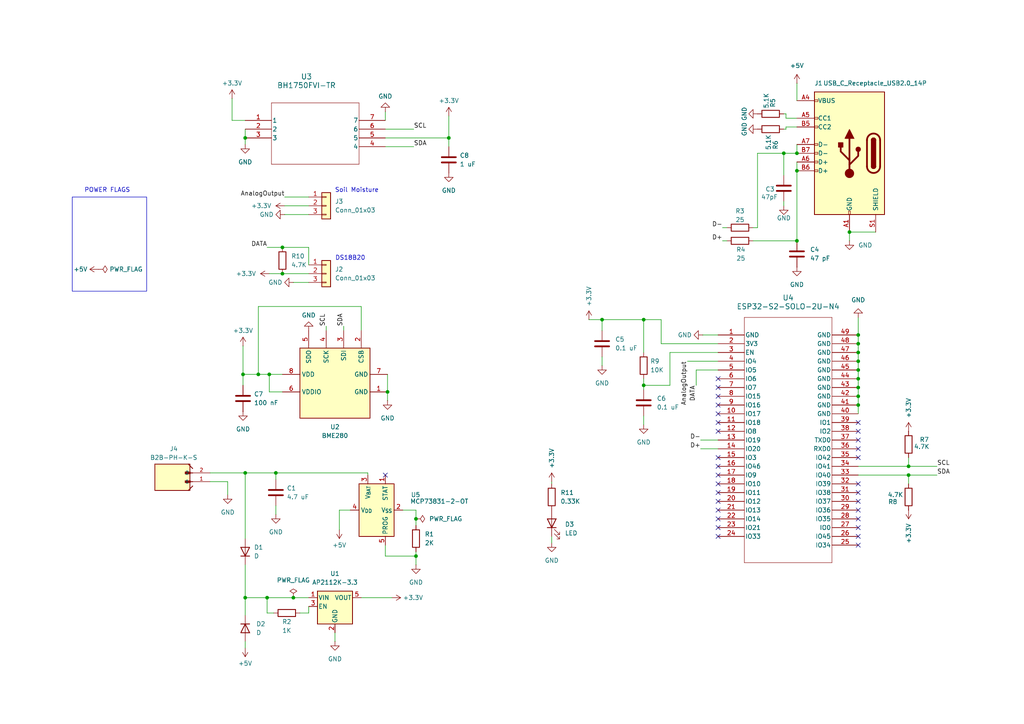
<source format=kicad_sch>
(kicad_sch (version 20250114) (generator "eeschema") (generator_version "9.0")
  (paper "A4")
  (lib_symbols
    (symbol "1:B2B-PH-K-S" (pin_names (offset 1.016))
      (property "Reference" "J" (at 10.93 -5.08 0))
      (property "Value" "B2B-PH-K-S" (at 11.43 -15.24 0))
      (symbol "B2B-PH-K-S_0_0"
        (polyline (pts (xy 11.43 -6.35) (xy 12.7 -5.08)) (stroke (width 0.254)))
        (polyline (pts (xy 11.43 -7.62) (xy 13.335 -7.62)) (stroke (width 0.254)))
        (polyline (pts (xy 11.43 -10.16) (xy 13.335 -10.16)) (stroke (width 0.254)))
        (polyline (pts (xy 11.43 -11.43) (xy 12.7 -12.7)) (stroke (width 0.254)))
        (rectangle (start 12.065 -7.9375) (end 13.6525 -7.3025) (stroke (width 0.1)) (fill (type outline)))
        (rectangle (start 12.065 -10.4775) (end 13.6525 -9.8425) (stroke (width 0.1)) (fill (type outline)))
        (rectangle (start 12.2237 -12.7) (end 22.3838 -5.08) (stroke (width 0.254)) (fill (type background)))
        (pin passive line (at 6.35 -7.62 0) (length 5.08) (name "1") (number "1"))
        (pin passive line (at 6.35 -10.16 0) (length 5.08) (name "2") (number "2"))
      )
    )
    (symbol "1:BH1750FVI-TR" (pin_names (offset 0.254))
      (property "Reference" "U" (at 34.29 -6.35 0))
      (property "Value" "BH1750FVI-TR" (at 34.29 -8.89 0))
      (symbol "BH1750FVI-TR_0_1"
        (polyline (pts (xy 21.59 -11.43) (xy 21.59 -29.21)) (stroke (width 0.127)))
        (polyline (pts (xy 21.59 -29.21) (xy 46.99 -29.21)) (stroke (width 0.127)))
        (polyline (pts (xy 46.99 -11.43) (xy 21.59 -11.43)) (stroke (width 0.127)))
        (polyline (pts (xy 46.99 -29.21) (xy 46.99 -11.43)) (stroke (width 0.127)))
        (pin power_in line (at 13.97 -16.51 0) (length 7.62) (name "1") (number "1"))
        (pin input line (at 13.97 -19.05 0) (length 7.62) (name "2") (number "2"))
        (pin power_out line (at 13.97 -21.59 0) (length 7.62) (name "3") (number "3"))
        (pin power_out line (at 54.61 -16.51 180) (length 7.62) (name "7") (number "7"))
        (pin bidirectional line (at 54.61 -19.05 180) (length 7.62) (name "6") (number "6"))
        (pin power_in line (at 54.61 -21.59 180) (length 7.62) (name "5") (number "5"))
        (pin bidirectional line (at 54.61 -24.13 180) (length 7.62) (name "4") (number "4"))
      )
    )
    (symbol "1:ESP32-S2-SOLO-2U-N4" (pin_names (offset 0.254))
      (property "Reference" "U" (at 41.91 -5.08 0))
      (property "Value" "ESP32-S2-SOLO-2U-N4" (at 41.91 -7.62 0))
      (symbol "ESP32-S2-SOLO-2U-N4_0_1"
        (polyline (pts (xy 29.21 -10.16) (xy 29.21 -81.28)) (stroke (width 0.127)))
        (polyline (pts (xy 29.21 -81.28) (xy 54.61 -81.28)) (stroke (width 0.127)))
        (polyline (pts (xy 54.61 -10.16) (xy 29.21 -10.16)) (stroke (width 0.127)))
        (polyline (pts (xy 54.61 -81.28) (xy 54.61 -10.16)) (stroke (width 0.127)))
        (pin power_out line (at 21.59 -15.24 0) (length 7.62) (name "GND") (number "1"))
        (pin power_in line (at 21.59 -17.78 0) (length 7.62) (name "3V3") (number "2"))
        (pin input line (at 21.59 -20.32 0) (length 7.62) (name "EN") (number "3"))
        (pin bidirectional line (at 21.59 -22.86 0) (length 7.62) (name "IO4") (number "4"))
        (pin bidirectional line (at 21.59 -25.4 0) (length 7.62) (name "IO5") (number "5"))
        (pin bidirectional line (at 21.59 -27.94 0) (length 7.62) (name "IO6") (number "6"))
        (pin bidirectional line (at 21.59 -30.48 0) (length 7.62) (name "IO7") (number "7"))
        (pin bidirectional line (at 21.59 -33.02 0) (length 7.62) (name "IO15") (number "8"))
        (pin bidirectional line (at 21.59 -35.56 0) (length 7.62) (name "IO16") (number "9"))
        (pin bidirectional line (at 21.59 -38.1 0) (length 7.62) (name "IO17") (number "10"))
        (pin bidirectional line (at 21.59 -40.64 0) (length 7.62) (name "IO18") (number "11"))
        (pin bidirectional line (at 21.59 -43.18 0) (length 7.62) (name "IO8") (number "12"))
        (pin bidirectional line (at 21.59 -45.72 0) (length 7.62) (name "IO19") (number "13"))
        (pin bidirectional line (at 21.59 -48.26 0) (length 7.62) (name "IO20") (number "14"))
        (pin bidirectional line (at 21.59 -50.8 0) (length 7.62) (name "IO3") (number "15"))
        (pin input line (at 21.59 -53.34 0) (length 7.62) (name "IO46") (number "16"))
        (pin bidirectional line (at 21.59 -55.88 0) (length 7.62) (name "IO9") (number "17"))
        (pin bidirectional line (at 21.59 -58.42 0) (length 7.62) (name "IO10") (number "18"))
        (pin bidirectional line (at 21.59 -60.96 0) (length 7.62) (name "IO11") (number "19"))
        (pin bidirectional line (at 21.59 -63.5 0) (length 7.62) (name "IO12") (number "20"))
        (pin bidirectional line (at 21.59 -66.04 0) (length 7.62) (name "IO13") (number "21"))
        (pin bidirectional line (at 21.59 -68.58 0) (length 7.62) (name "IO14") (number "22"))
        (pin bidirectional line (at 21.59 -71.12 0) (length 7.62) (name "IO21") (number "23"))
        (pin bidirectional line (at 21.59 -73.66 0) (length 7.62) (name "IO33") (number "24"))
        (pin power_out line (at 62.23 -15.24 180) (length 7.62) (name "GND") (number "49"))
        (pin power_out line (at 62.23 -17.78 180) (length 7.62) (name "GND") (number "48"))
        (pin power_out line (at 62.23 -20.32 180) (length 7.62) (name "GND") (number "47"))
        (pin power_out line (at 62.23 -22.86 180) (length 7.62) (name "GND") (number "46"))
        (pin power_out line (at 62.23 -25.4 180) (length 7.62) (name "GND") (number "45"))
        (pin power_out line (at 62.23 -27.94 180) (length 7.62) (name "GND") (number "44"))
        (pin power_out line (at 62.23 -30.48 180) (length 7.62) (name "GND") (number "43"))
        (pin power_out line (at 62.23 -33.02 180) (length 7.62) (name "GND") (number "42"))
        (pin power_out line (at 62.23 -35.56 180) (length 7.62) (name "GND") (number "41"))
        (pin power_out line (at 62.23 -38.1 180) (length 7.62) (name "GND") (number "40"))
        (pin bidirectional line (at 62.23 -40.64 180) (length 7.62) (name "IO1") (number "39"))
        (pin bidirectional line (at 62.23 -43.18 180) (length 7.62) (name "IO2") (number "38"))
        (pin bidirectional line (at 62.23 -45.72 180) (length 7.62) (name "TXD0") (number "37"))
        (pin bidirectional line (at 62.23 -48.26 180) (length 7.62) (name "RXD0") (number "36"))
        (pin bidirectional line (at 62.23 -50.8 180) (length 7.62) (name "IO42") (number "35"))
        (pin bidirectional line (at 62.23 -53.34 180) (length 7.62) (name "IO41") (number "34"))
        (pin bidirectional line (at 62.23 -55.88 180) (length 7.62) (name "IO40") (number "33"))
        (pin bidirectional line (at 62.23 -58.42 180) (length 7.62) (name "IO39") (number "32"))
        (pin bidirectional line (at 62.23 -60.96 180) (length 7.62) (name "IO38") (number "31"))
        (pin bidirectional line (at 62.23 -63.5 180) (length 7.62) (name "IO37") (number "30"))
        (pin bidirectional line (at 62.23 -66.04 180) (length 7.62) (name "IO36") (number "29"))
        (pin bidirectional line (at 62.23 -68.58 180) (length 7.62) (name "IO35") (number "28"))
        (pin bidirectional line (at 62.23 -71.12 180) (length 7.62) (name "IO0") (number "27"))
        (pin bidirectional line (at 62.23 -73.66 180) (length 7.62) (name "IO45") (number "26"))
        (pin bidirectional line (at 62.23 -76.2 180) (length 7.62) (name "IO34") (number "25"))
      )
    )
    (symbol "Battery_Management:MCP73831-2-OT"
      (property "Reference" "U" (at -7.62 6.35 0))
      (property "Value" "MCP73831-2-OT" (at 1.27 6.35 0))
      (symbol "MCP73831-2-OT_0_1"
        (rectangle (start -7.62 5.08) (end 7.62 -5.08) (stroke (width 0.254)) (fill (type background)))
      )
      (symbol "MCP73831-2-OT_1_1"
        (pin input line (at -10.16 -2.54 0) (length 2.54) (name "PROG") (number "5"))
        (pin power_in line (at 0 7.62 270) (length 2.54) (name "V_{DD}") (number "4"))
        (pin power_in line (at 0 -7.62 90) (length 2.54) (name "V_{SS}") (number "2"))
        (pin power_out line (at 10.16 2.54 180) (length 2.54) (name "V_{BAT}") (number "3"))
        (pin tri_state line (at 10.16 -2.54 180) (length 2.54) (name "STAT") (number "1"))
      )
    )
    (symbol "Connector:USB_C_Receptacle_USB2.0_14P" (pin_names (offset 1.016))
      (property "Reference" "J" (at 0 22.225 0))
      (property "Value" "USB_C_Receptacle_USB2.0_14P" (at 0 19.685 0))
      (symbol "USB_C_Receptacle_USB2.0_14P_0_0"
        (rectangle (start -0.254 -17.78) (end 0.254 -16.764))
        (rectangle (start 10.16 15.494) (end 9.144 14.986))
        (rectangle (start 10.16 10.414) (end 9.144 9.906))
        (rectangle (start 10.16 7.874) (end 9.144 7.366))
        (rectangle (start 10.16 2.794) (end 9.144 2.286))
        (rectangle (start 10.16 0.254) (end 9.144 -0.254))
        (rectangle (start 10.16 -2.286) (end 9.144 -2.794))
        (rectangle (start 10.16 -4.826) (end 9.144 -5.334))
      )
      (symbol "USB_C_Receptacle_USB2.0_14P_0_1"
        (rectangle (start -10.16 17.78) (end 10.16 -17.78) (stroke (width 0.254)) (fill (type background)))
        (polyline (pts (xy -8.89 -3.81) (xy -8.89 3.81)) (stroke (width 0.508)))
        (rectangle (start -7.62 -3.81) (end -6.35 3.81) (stroke (width 0.254)) (fill (type outline)))
        (arc (start -7.62 3.81) (mid -6.985 4.4423) (end -6.35 3.81) (stroke (width 0.254)))
        (arc (start -7.62 3.81) (mid -6.985 4.4423) (end -6.35 3.81) (stroke (width 0.254)) (fill (type outline)))
        (arc (start -8.89 3.81) (mid -6.985 5.7067) (end -5.08 3.81) (stroke (width 0.508)))
        (arc (start -5.08 -3.81) (mid -6.985 -5.7067) (end -8.89 -3.81) (stroke (width 0.508)))
        (arc (start -6.35 -3.81) (mid -6.985 -4.4423) (end -7.62 -3.81) (stroke (width 0.254)))
        (arc (start -6.35 -3.81) (mid -6.985 -4.4423) (end -7.62 -3.81) (stroke (width 0.254)) (fill (type outline)))
        (polyline (pts (xy -5.08 3.81) (xy -5.08 -3.81)) (stroke (width 0.508)))
        (circle (center -2.54 1.143) (radius 0.635) (stroke (width 0.254)) (fill (type outline)))
        (polyline (pts (xy -1.27 4.318) (xy 0 6.858) (xy 1.27 4.318) (xy -1.27 4.318)) (stroke (width 0.254)) (fill (type outline)))
        (polyline (pts (xy 0 -2.032) (xy 2.54 0.508) (xy 2.54 1.778)) (stroke (width 0.508)))
        (polyline (pts (xy 0 -3.302) (xy -2.54 -0.762) (xy -2.54 0.508)) (stroke (width 0.508)))
        (polyline (pts (xy 0 -5.842) (xy 0 4.318)) (stroke (width 0.508)))
        (circle (center 0 -5.842) (radius 1.27) (fill (type outline)))
        (rectangle (start 1.905 1.778) (end 3.175 3.048) (stroke (width 0.254)) (fill (type outline)))
      )
      (symbol "USB_C_Receptacle_USB2.0_14P_1_1"
        (pin passive line (at -7.62 -22.86 90) (length 5.08) (name "SHIELD") (number "S1"))
        (pin passive line (at 0 -22.86 90) (length 5.08) (name "GND") (number "A1"))
        (pin passive line (at 0 -22.86 90) (length 5.08) (hide yes) (name "GND") (number "A12"))
        (pin passive line (at 0 -22.86 90) (length 5.08) (hide yes) (name "GND") (number "B1"))
        (pin passive line (at 0 -22.86 90) (length 5.08) (hide yes) (name "GND") (number "B12"))
        (pin passive line (at 15.24 15.24 180) (length 5.08) (name "VBUS") (number "A4"))
        (pin passive line (at 15.24 15.24 180) (length 5.08) (hide yes) (name "VBUS") (number "A9"))
        (pin passive line (at 15.24 15.24 180) (length 5.08) (hide yes) (name "VBUS") (number "B4"))
        (pin passive line (at 15.24 15.24 180) (length 5.08) (hide yes) (name "VBUS") (number "B9"))
        (pin bidirectional line (at 15.24 10.16 180) (length 5.08) (name "CC1") (number "A5"))
        (pin bidirectional line (at 15.24 7.62 180) (length 5.08) (name "CC2") (number "B5"))
        (pin bidirectional line (at 15.24 2.54 180) (length 5.08) (name "D-") (number "A7"))
        (pin bidirectional line (at 15.24 0 180) (length 5.08) (name "D-") (number "B7"))
        (pin bidirectional line (at 15.24 -2.54 180) (length 5.08) (name "D+") (number "A6"))
        (pin bidirectional line (at 15.24 -5.08 180) (length 5.08) (name "D+") (number "B6"))
      )
    )
    (symbol "Connector_Generic:Conn_01x03" (pin_names (offset 1.016) (hide yes))
      (property "Reference" "J" (at 0 5.08 0))
      (property "Value" "Conn_01x03" (at 0 -5.08 0))
      (symbol "Conn_01x03_1_1"
        (rectangle (start -1.27 3.81) (end 1.27 -3.81) (stroke (width 0.254)) (fill (type background)))
        (rectangle (start -1.27 2.667) (end 0 2.413) (stroke (width 0.1524)))
        (rectangle (start -1.27 0.127) (end 0 -0.127) (stroke (width 0.1524)))
        (rectangle (start -1.27 -2.413) (end 0 -2.667) (stroke (width 0.1524)))
        (pin passive line (at -5.08 2.54 0) (length 3.81) (name "Pin_1") (number "1"))
        (pin passive line (at -5.08 0 0) (length 3.81) (name "Pin_2") (number "2"))
        (pin passive line (at -5.08 -2.54 0) (length 3.81) (name "Pin_3") (number "3"))
      )
    )
    (symbol "Device:C" (pin_numbers (hide yes)) (pin_names (offset 0.254))
      (property "Reference" "C" (at 0.635 2.54 0))
      (property "Value" "C" (at 0.635 -2.54 0))
      (symbol "C_0_1"
        (polyline (pts (xy -2.032 0.762) (xy 2.032 0.762)) (stroke (width 0.508)))
        (polyline (pts (xy -2.032 -0.762) (xy 2.032 -0.762)) (stroke (width 0.508)))
      )
      (symbol "C_1_1"
        (pin passive line (at 0 3.81 270) (length 2.794) (name "~") (number "1"))
        (pin passive line (at 0 -3.81 90) (length 2.794) (name "~") (number "2"))
      )
    )
    (symbol "Device:D" (pin_numbers (hide yes)) (pin_names (offset 1.016) (hide yes))
      (property "Reference" "D" (at 0 2.54 0))
      (property "Value" "D" (at 0 -2.54 0))
      (symbol "D_0_1"
        (polyline (pts (xy -1.27 1.27) (xy -1.27 -1.27)) (stroke (width 0.254)))
        (polyline (pts (xy 1.27 1.27) (xy 1.27 -1.27) (xy -1.27 0) (xy 1.27 1.27)) (stroke (width 0.254)))
        (polyline (pts (xy 1.27 0) (xy -1.27 0)))
      )
      (symbol "D_1_1"
        (pin passive line (at -3.81 0 0) (length 2.54) (name "K") (number "1"))
        (pin passive line (at 3.81 0 180) (length 2.54) (name "A") (number "2"))
      )
    )
    (symbol "Device:LED" (pin_numbers (hide yes)) (pin_names (offset 1.016) (hide yes))
      (property "Reference" "D" (at 0 2.54 0))
      (property "Value" "LED" (at 0 -2.54 0))
      (symbol "LED_0_1"
        (polyline (pts (xy -3.048 -0.762) (xy -4.572 -2.286) (xy -3.81 -2.286) (xy -4.572 -2.286) (xy -4.572 -1.524)))
        (polyline (pts (xy -1.778 -0.762) (xy -3.302 -2.286) (xy -2.54 -2.286) (xy -3.302 -2.286) (xy -3.302 -1.524)))
        (polyline (pts (xy -1.27 0) (xy 1.27 0)))
        (polyline (pts (xy -1.27 -1.27) (xy -1.27 1.27)) (stroke (width 0.254)))
        (polyline (pts (xy 1.27 -1.27) (xy 1.27 1.27) (xy -1.27 0) (xy 1.27 -1.27)) (stroke (width 0.254)))
      )
      (symbol "LED_1_1"
        (pin passive line (at -3.81 0 0) (length 2.54) (name "K") (number "1"))
        (pin passive line (at 3.81 0 180) (length 2.54) (name "A") (number "2"))
      )
    )
    (symbol "Device:R" (pin_numbers (hide yes)) (pin_names (offset 0))
      (property "Reference" "R" (at 2.032 0 90))
      (property "Value" "R" (at 0 0 90))
      (symbol "R_0_1"
        (rectangle (start -1.016 -2.54) (end 1.016 2.54) (stroke (width 0.254)))
      )
      (symbol "R_1_1"
        (pin passive line (at 0 3.81 270) (length 1.27) (name "~") (number "1"))
        (pin passive line (at 0 -3.81 90) (length 1.27) (name "~") (number "2"))
      )
    )
    (symbol "Regulator_Linear:AP2112K-3.3" (pin_names (offset 0.254))
      (property "Reference" "U" (at -5.08 5.715 0))
      (property "Value" "AP2112K-3.3" (at 0 5.715 0))
      (symbol "AP2112K-3.3_0_1"
        (rectangle (start -5.08 4.445) (end 5.08 -5.08) (stroke (width 0.254)) (fill (type background)))
      )
      (symbol "AP2112K-3.3_1_1"
        (pin power_in line (at -7.62 2.54 0) (length 2.54) (name "VIN") (number "1"))
        (pin input line (at -7.62 0 0) (length 2.54) (name "EN") (number "3"))
        (pin power_in line (at 0 -7.62 90) (length 2.54) (name "GND") (number "2"))
        (pin no_connect line (at 5.08 0 180) (length 2.54) (hide yes) (name "NC") (number "4"))
        (pin power_out line (at 7.62 2.54 180) (length 2.54) (name "VOUT") (number "5"))
      )
    )
    (symbol "Sensor:BME280"
      (property "Reference" "U" (at -8.89 11.43 0))
      (property "Value" "BME280" (at 7.62 11.43 0))
      (symbol "BME280_0_1"
        (rectangle (start -10.16 10.16) (end 10.16 -10.16) (stroke (width 0.254)) (fill (type background)))
      )
      (symbol "BME280_1_1"
        (pin power_in line (at -2.54 15.24 270) (length 5.08) (name "VDDIO") (number "6"))
        (pin power_in line (at -2.54 -15.24 90) (length 5.08) (name "GND") (number "1"))
        (pin power_in line (at 2.54 15.24 270) (length 5.08) (name "VDD") (number "8"))
        (pin power_in line (at 2.54 -15.24 90) (length 5.08) (name "GND") (number "7"))
        (pin bidirectional line (at 15.24 7.62 180) (length 5.08) (name "SDO") (number "5"))
        (pin input line (at 15.24 2.54 180) (length 5.08) (name "SCK") (number "4"))
        (pin bidirectional line (at 15.24 -2.54 180) (length 5.08) (name "SDI") (number "3"))
        (pin input line (at 15.24 -7.62 180) (length 5.08) (name "CSB") (number "2"))
      )
    )
    (symbol "power:+3.3V" (power) (pin_numbers (hide yes)) (pin_names (offset 0) (hide yes))
      (property "Value" "+3.3V" (at 0 3.556 0))
      (symbol "+3.3V_0_1"
        (polyline (pts (xy -0.762 1.27) (xy 0 2.54)))
        (polyline (pts (xy 0 2.54) (xy 0.762 1.27)))
        (polyline (pts (xy 0 0) (xy 0 2.54)))
      )
      (symbol "+3.3V_1_1"
        (pin power_in line (at 0 0 90) (length 0) (name "~") (number "1"))
      )
    )
    (symbol "power:+5V" (power) (pin_numbers (hide yes)) (pin_names (offset 0) (hide yes))
      (property "Value" "+5V" (at 0 3.556 0))
      (symbol "+5V_0_1"
        (polyline (pts (xy -0.762 1.27) (xy 0 2.54)))
        (polyline (pts (xy 0 2.54) (xy 0.762 1.27)))
        (polyline (pts (xy 0 0) (xy 0 2.54)))
      )
      (symbol "+5V_1_1"
        (pin power_in line (at 0 0 90) (length 0) (name "~") (number "1"))
      )
    )
    (symbol "power:GND" (power) (pin_numbers (hide yes)) (pin_names (offset 0) (hide yes))
      (property "Value" "GND" (at 0 -3.81 0))
      (symbol "GND_0_1"
        (polyline (pts (xy 0 0) (xy 0 -1.27) (xy 1.27 -1.27) (xy 0 -2.54) (xy -1.27 -1.27) (xy 0 -1.27)))
      )
      (symbol "GND_1_1"
        (pin power_in line (at 0 0 270) (length 0) (name "~") (number "1"))
      )
    )
    (symbol "power:PWR_FLAG" (power) (pin_numbers (hide yes)) (pin_names (offset 0) (hide yes))
      (property "Value" "PWR_FLAG" (at 0 3.81 0))
      (symbol "PWR_FLAG_0_0"
        (pin power_out line (at 0 0 90) (length 0) (name "~") (number "1"))
      )
      (symbol "PWR_FLAG_0_1"
        (polyline (pts (xy 0 0) (xy 0 1.27) (xy -1.016 1.905) (xy 0 2.54) (xy 1.016 1.905) (xy 0 1.27)))
      )
    )
  )
  (rectangle (start 20.955 57.15) (end 42.545 84.455))
  (text "POWER FLAGS" (at 31.115 55.245 0) (effects (font (size 1.27 1.27))))
  (text "Soil Moisture" (at 103.505 55.245 0) (effects (font (size 1.27 1.27))))
  (text "DS18B20" (at 101.6 74.93 0) (effects (font (size 1.27 1.27))))
  (junction (at 120.65 150.495))
  (junction (at 248.92 97.155))
  (junction (at 248.92 117.475))
  (junction (at 71.12 137.16))
  (junction (at 112.395 113.665))
  (junction (at 263.525 135.255))
  (junction (at 227.33 44.45))
  (junction (at 248.92 99.695))
  (junction (at 81.915 71.755))
  (junction (at 231.14 69.85))
  (junction (at 248.92 104.775))
  (junction (at 78.105 108.585))
  (junction (at 186.69 92.71))
  (junction (at 186.69 111.76))
  (junction (at 248.92 109.855))
  (junction (at 248.92 112.395))
  (junction (at 70.485 108.585))
  (junction (at 71.12 173.355))
  (junction (at 81.915 79.375))
  (junction (at 248.92 107.315))
  (junction (at 231.14 44.45))
  (junction (at 80.01 137.16))
  (junction (at 248.92 102.235))
  (junction (at 71.12 40.005))
  (junction (at 231.14 49.53))
  (junction (at 74.93 108.585))
  (junction (at 174.625 92.71))
  (junction (at 77.47 173.355))
  (junction (at 130.175 40.005))
  (junction (at 85.09 173.355))
  (junction (at 246.38 67.31))
  (junction (at 263.525 137.795))
  (junction (at 248.92 114.935))
  (junction (at 120.65 161.29))
  (no_connect (at 208.28 137.795))
  (no_connect (at 208.28 120.015))
  (no_connect (at 248.92 125.095))
  (no_connect (at 248.92 130.175))
  (no_connect (at 248.92 150.495))
  (no_connect (at 248.92 122.555))
  (no_connect (at 208.28 145.415))
  (no_connect (at 248.92 132.715))
  (no_connect (at 248.92 147.955))
  (no_connect (at 208.28 140.335))
  (no_connect (at 208.28 155.575))
  (no_connect (at 248.92 140.335))
  (no_connect (at 208.28 125.095))
  (no_connect (at 208.28 142.875))
  (no_connect (at 111.76 137.795))
  (no_connect (at 248.92 145.415))
  (no_connect (at 208.28 117.475))
  (no_connect (at 248.92 155.575))
  (no_connect (at 208.28 112.395))
  (no_connect (at 208.28 153.035))
  (no_connect (at 208.28 114.935))
  (no_connect (at 248.92 153.035))
  (no_connect (at 208.28 147.955))
  (no_connect (at 208.28 135.255))
  (no_connect (at 208.28 132.715))
  (no_connect (at 248.92 142.875))
  (no_connect (at 248.92 158.115))
  (no_connect (at 208.28 122.555))
  (no_connect (at 248.92 127.635))
  (no_connect (at 208.28 109.855))
  (no_connect (at 208.28 150.495))
  (wire (pts (xy 120.65 150.495) (xy 120.65 152.4)))
  (wire (pts (xy 74.93 108.585) (xy 74.93 88.9)))
  (wire (pts (xy 186.69 92.71) (xy 186.69 102.235)))
  (wire (pts (xy 89.535 177.8) (xy 89.535 175.895)))
  (wire (pts (xy 120.65 147.955) (xy 120.65 150.495)))
  (wire (pts (xy 74.93 108.585) (xy 78.105 108.585)))
  (wire (pts (xy 67.31 34.925) (xy 71.12 34.925)))
  (wire (pts (xy 85.09 173.355) (xy 89.535 173.355)))
  (wire (pts (xy 120.65 160.02) (xy 120.65 161.29)))
  (wire (pts (xy 104.775 173.355) (xy 113.665 173.355)))
  (wire (pts (xy 70.485 108.585) (xy 70.485 111.76)))
  (wire (pts (xy 67.31 28.575) (xy 67.31 34.925)))
  (wire (pts (xy 186.69 109.855) (xy 186.69 111.76)))
  (wire (pts (xy 227.965 37.465) (xy 227.965 36.83)))
  (wire (pts (xy 186.69 92.71) (xy 191.77 92.71)))
  (wire (pts (xy 248.92 117.475) (xy 248.92 120.015)))
  (wire (pts (xy 66.04 139.7) (xy 66.04 143.51)))
  (wire (pts (xy 231.14 24.13) (xy 231.14 29.21)))
  (wire (pts (xy 71.12 137.16) (xy 80.01 137.16)))
  (wire (pts (xy 60.96 137.16) (xy 71.12 137.16)))
  (wire (pts (xy 111.76 37.465) (xy 120.015 37.465)))
  (wire (pts (xy 186.69 111.76) (xy 194.31 111.76)))
  (wire (pts (xy 71.12 37.465) (xy 71.12 40.005)))
  (wire (pts (xy 219.71 66.04) (xy 218.44 66.04)))
  (wire (pts (xy 99.695 94.615) (xy 99.695 95.885)))
  (wire (pts (xy 248.92 135.255) (xy 263.525 135.255)))
  (wire (pts (xy 248.92 112.395) (xy 248.92 114.935)))
  (wire (pts (xy 203.835 97.155) (xy 208.28 97.155)))
  (wire (pts (xy 98.425 147.955) (xy 98.425 153.67)))
  (wire (pts (xy 248.92 107.315) (xy 248.92 109.855)))
  (wire (pts (xy 160.02 139.7) (xy 160.02 140.335)))
  (wire (pts (xy 85.09 81.915) (xy 89.535 81.915)))
  (wire (pts (xy 174.625 92.71) (xy 186.69 92.71)))
  (wire (pts (xy 227.965 33.02) (xy 227.965 34.29)))
  (wire (pts (xy 231.14 44.45) (xy 227.33 44.45)))
  (wire (pts (xy 111.76 158.115) (xy 111.76 161.29)))
  (wire (pts (xy 227.33 37.465) (xy 227.965 37.465)))
  (wire (pts (xy 70.485 108.585) (xy 74.93 108.585)))
  (wire (pts (xy 98.425 147.955) (xy 101.6 147.955)))
  (wire (pts (xy 218.44 69.85) (xy 231.14 69.85)))
  (wire (pts (xy 209.55 66.04) (xy 210.82 66.04)))
  (wire (pts (xy 263.525 135.255) (xy 271.78 135.255)))
  (wire (pts (xy 208.28 107.315) (xy 201.93 107.315)))
  (wire (pts (xy 77.47 173.355) (xy 77.47 177.8)))
  (wire (pts (xy 248.92 92.075) (xy 248.92 97.155)))
  (wire (pts (xy 82.55 59.69) (xy 89.535 59.69)))
  (wire (pts (xy 78.105 108.585) (xy 81.915 108.585)))
  (wire (pts (xy 80.01 146.685) (xy 80.01 149.225)))
  (wire (pts (xy 89.535 71.755) (xy 89.535 76.835)))
  (wire (pts (xy 82.55 62.23) (xy 89.535 62.23)))
  (wire (pts (xy 194.31 102.235) (xy 208.28 102.235)))
  (wire (pts (xy 77.47 71.755) (xy 81.915 71.755)))
  (wire (pts (xy 81.915 79.375) (xy 89.535 79.375)))
  (wire (pts (xy 111.76 161.29) (xy 120.65 161.29)))
  (wire (pts (xy 227.33 33.02) (xy 227.965 33.02)))
  (wire (pts (xy 130.175 33.655) (xy 130.175 40.005)))
  (wire (pts (xy 248.92 137.795) (xy 263.525 137.795)))
  (wire (pts (xy 248.92 102.235) (xy 248.92 104.775)))
  (wire (pts (xy 111.76 32.385) (xy 111.76 34.925)))
  (wire (pts (xy 77.47 173.355) (xy 85.09 173.355)))
  (wire (pts (xy 71.12 137.16) (xy 71.12 156.21)))
  (wire (pts (xy 219.71 44.45) (xy 219.71 66.04)))
  (wire (pts (xy 231.14 41.91) (xy 231.14 44.45)))
  (wire (pts (xy 81.915 113.665) (xy 78.105 113.665)))
  (wire (pts (xy 227.965 34.29) (xy 231.14 34.29)))
  (wire (pts (xy 248.92 109.855) (xy 248.92 112.395)))
  (wire (pts (xy 80.01 137.16) (xy 80.01 139.065)))
  (wire (pts (xy 70.485 100.33) (xy 70.485 108.585)))
  (wire (pts (xy 71.12 173.355) (xy 71.12 178.435)))
  (wire (pts (xy 186.69 120.65) (xy 186.69 123.19)))
  (wire (pts (xy 78.105 108.585) (xy 78.105 113.665)))
  (wire (pts (xy 77.47 177.8) (xy 79.375 177.8)))
  (wire (pts (xy 116.84 147.955) (xy 120.65 147.955)))
  (wire (pts (xy 174.625 92.71) (xy 174.625 95.885)))
  (wire (pts (xy 94.615 94.615) (xy 94.615 95.885)))
  (wire (pts (xy 248.92 114.935) (xy 248.92 117.475)))
  (wire (pts (xy 111.76 42.545) (xy 120.015 42.545)))
  (wire (pts (xy 82.55 57.15) (xy 89.535 57.15)))
  (wire (pts (xy 74.93 88.9) (xy 104.775 88.9)))
  (wire (pts (xy 160.02 155.575) (xy 160.02 157.48)))
  (wire (pts (xy 191.77 99.695) (xy 208.28 99.695)))
  (wire (pts (xy 97.155 186.055) (xy 97.155 183.515)))
  (wire (pts (xy 71.12 163.83) (xy 71.12 173.355)))
  (wire (pts (xy 203.2 130.175) (xy 208.28 130.175)))
  (wire (pts (xy 209.55 69.85) (xy 210.82 69.85)))
  (wire (pts (xy 263.525 137.795) (xy 271.78 137.795)))
  (wire (pts (xy 227.33 58.42) (xy 227.33 59.69)))
  (wire (pts (xy 80.01 137.16) (xy 106.68 137.16)))
  (wire (pts (xy 86.995 177.8) (xy 89.535 177.8)))
  (wire (pts (xy 170.815 92.71) (xy 174.625 92.71)))
  (wire (pts (xy 174.625 103.505) (xy 174.625 106.045)))
  (wire (pts (xy 248.92 104.775) (xy 248.92 107.315)))
  (wire (pts (xy 231.14 49.53) (xy 231.14 69.85)))
  (wire (pts (xy 248.92 97.155) (xy 248.92 99.695)))
  (wire (pts (xy 120.65 161.29) (xy 120.65 163.83)))
  (wire (pts (xy 248.92 99.695) (xy 248.92 102.235)))
  (wire (pts (xy 203.2 127.635) (xy 208.28 127.635)))
  (wire (pts (xy 111.76 40.005) (xy 130.175 40.005)))
  (wire (pts (xy 246.38 67.31) (xy 246.38 69.85)))
  (wire (pts (xy 186.69 111.76) (xy 186.69 113.03)))
  (wire (pts (xy 201.93 107.315) (xy 201.93 111.76)))
  (wire (pts (xy 199.39 104.775) (xy 208.28 104.775)))
  (wire (pts (xy 81.915 71.755) (xy 89.535 71.755)))
  (wire (pts (xy 227.965 36.83) (xy 231.14 36.83)))
  (wire (pts (xy 130.175 40.005) (xy 130.175 42.545)))
  (wire (pts (xy 106.68 137.795) (xy 106.68 137.16)))
  (wire (pts (xy 227.33 44.45) (xy 219.71 44.45)))
  (wire (pts (xy 112.395 113.665) (xy 112.395 116.205)))
  (wire (pts (xy 194.31 111.76) (xy 194.31 102.235)))
  (wire (pts (xy 231.14 46.99) (xy 231.14 49.53)))
  (wire (pts (xy 71.12 40.005) (xy 71.12 41.91)))
  (wire (pts (xy 60.96 139.7) (xy 66.04 139.7)))
  (wire (pts (xy 263.525 140.335) (xy 263.525 137.795)))
  (wire (pts (xy 246.38 67.31) (xy 254 67.31)))
  (wire (pts (xy 191.77 92.71) (xy 191.77 99.695)))
  (wire (pts (xy 112.395 108.585) (xy 112.395 113.665)))
  (wire (pts (xy 104.775 88.9) (xy 104.775 95.885)))
  (wire (pts (xy 71.12 173.355) (xy 77.47 173.355)))
  (wire (pts (xy 227.33 44.45) (xy 227.33 50.8)))
  (wire (pts (xy 263.525 132.715) (xy 263.525 135.255)))
  (wire (pts (xy 78.105 79.375) (xy 81.915 79.375)))
  (wire (pts (xy 71.12 186.055) (xy 71.12 187.96)))
  (label "AnalogOutput" (at 199.39 104.775 270))
  (label "D+" (at 203.2 130.175 180))
  (label "SDA" (at 271.78 137.795 0))
  (label "SCL" (at 120.015 37.465 0))
  (label "DATA" (at 77.47 71.755 180))
  (label "AnalogOutput" (at 82.55 57.15 180))
  (label "SCL" (at 271.78 135.255 0))
  (label "SDA" (at 99.695 94.615 90))
  (label "SDA" (at 120.015 42.545 0))
  (label "D-" (at 203.2 127.635 180))
  (label "SCL" (at 94.615 94.615 90))
  (label "DATA" (at 201.93 111.76 270))
  (label "D+" (at 209.55 69.85 180))
  (label "D-" (at 209.55 66.04 180))
  (symbol (lib_id "Device:C") (at 186.69 116.84 0) (unit 1)
    (property "Reference" "C6" (at 190.5 115.5699 0) (effects (justify left)))
    (property "Value" "0.1 uF" (at 190.5 118.1099 0) (effects (justify left)))
    (property "Footprint" "Capacitor_SMD:C_0603_1608Metric_Pad1.08x0.95mm_HandSolder" (effects (hide yes)))
    (property "Description" "Unpolarized capacitor" (effects (hide yes)))
  )
  (symbol (lib_id "power:GND") (at 70.485 119.38 0) (unit 1)
    (property "Reference" "#PWR027" (effects (hide yes)))
    (property "Value" "GND" (at 70.485 124.46 0))
    (property "Description" "Power symbol creates a global label with name \"GND\" , ground" (effects (hide yes)))
  )
  (symbol (lib_id "Device:C") (at 70.485 115.57 0) (unit 1)
    (property "Reference" "C7" (at 73.66 114.2999 0) (effects (justify left)))
    (property "Value" "100 nF" (at 73.66 116.8399 0) (effects (justify left)))
    (property "Footprint" "Capacitor_SMD:C_0603_1608Metric_Pad1.08x0.95mm_HandSolder" (effects (hide yes)))
    (property "Description" "Unpolarized capacitor" (effects (hide yes)))
  )
  (symbol (lib_id "power:+3.3V") (at 70.485 100.33 0) (unit 1)
    (property "Reference" "#PWR026" (effects (hide yes)))
    (property "Value" "+3.3V" (at 70.485 95.885 0))
    (property "Description" "Power symbol creates a global label with name \"+3.3V\"" (effects (hide yes)))
  )
  (symbol (lib_id "Device:R") (at 223.52 37.465 90) (unit 1)
    (property "Reference" "R6" (at 224.917 42.037 0))
    (property "Value" "5.1K" (at 222.885 41.275 0))
    (property "Footprint" "Resistor_SMD:R_0603_1608Metric_Pad0.98x0.95mm_HandSolder" (effects (hide yes)))
    (property "Description" "Resistor" (effects (hide yes)))
  )
  (symbol (lib_id "power:GND") (at 160.02 157.48 0) (unit 1)
    (property "Reference" "#PWR038" (effects (hide yes)))
    (property "Value" "GND" (at 160.02 162.56 0))
    (property "Description" "Power symbol creates a global label with name \"GND\" , ground" (effects (hide yes)))
  )
  (symbol (lib_id "Regulator_Linear:AP2112K-3.3") (at 97.155 175.895 0) (unit 1)
    (property "Reference" "U1" (at 97.155 166.37 0))
    (property "Value" "AP2112K-3.3" (at 97.155 168.91 0))
    (property "Footprint" "Package_TO_SOT_SMD:SOT-23-5" (effects (hide yes)))
    (property "Datasheet" "https://www.diodes.com/assets/Datasheets/AP2112.pdf" (effects (hide yes)))
    (property "Description" "600mA low dropout linear regulator, with enable pin, 3.8V-6V input voltage range, 3.3V fixed positive output, SOT-23-5" (effects (hide yes)))
  )
  (symbol (lib_id "power:PWR_FLAG") (at 28.575 78.105 270) (unit 1)
    (property "Reference" "#FLG02" (effects (hide yes)))
    (property "Value" "PWR_FLAG" (at 31.75 78.1049 90) (effects (justify left)))
    (property "Description" "Special symbol for telling ERC where power comes from" (effects (hide yes)))
  )
  (symbol (lib_id "power:GND") (at 85.09 81.915 270) (unit 1)
    (property "Reference" "#PWR023" (effects (hide yes)))
    (property "Value" "GND" (at 81.915 81.9149 90) (effects (justify right)))
    (property "Description" "Power symbol creates a global label with name \"GND\" , ground" (effects (hide yes)))
  )
  (symbol (lib_id "power:GND") (at 97.155 186.055 0) (unit 1)
    (property "Reference" "#PWR037" (effects (hide yes)))
    (property "Value" "GND" (at 97.155 191.135 0))
    (property "Description" "Power symbol creates a global label with name \"GND\" , ground" (effects (hide yes)))
  )
  (symbol (lib_id "power:GND") (at 231.14 77.47 0) (unit 1)
    (property "Reference" "#PWR014" (effects (hide yes)))
    (property "Value" "GND" (at 231.14 82.55 0))
    (property "Description" "Power symbol creates a global label with name \"GND\" , ground" (effects (hide yes)))
  )
  (symbol (lib_id "power:+3.3V") (at 170.815 92.71 0) (unit 1)
    (property "Reference" "#PWR08" (effects (hide yes)))
    (property "Value" "+3.3V" (at 170.8151 88.9 90) (effects (justify left)))
    (property "Description" "Power symbol creates a global label with name \"+3.3V\"" (effects (hide yes)))
  )
  (symbol (lib_id "power:GND") (at 203.835 97.155 270) (unit 1)
    (property "Reference" "#PWR015" (effects (hide yes)))
    (property "Value" "GND" (at 200.66 97.1549 90) (effects (justify right)))
    (property "Description" "Power symbol creates a global label with name \"GND\" , ground" (effects (hide yes)))
  )
  (symbol (lib_id "power:GND") (at 82.55 62.23 270) (unit 1)
    (property "Reference" "#PWR021" (effects (hide yes)))
    (property "Value" "GND" (at 79.375 62.2299 90) (effects (justify right)))
    (property "Description" "Power symbol creates a global label with name \"GND\" , ground" (effects (hide yes)))
  )
  (symbol (lib_id "power:GND") (at 186.69 123.19 0) (unit 1)
    (property "Reference" "#PWR022" (effects (hide yes)))
    (property "Value" "GND" (at 186.69 128.27 0))
    (property "Description" "Power symbol creates a global label with name \"GND\" , ground" (effects (hide yes)))
  )
  (symbol (lib_id "Device:C") (at 130.175 46.355 0) (unit 1)
    (property "Reference" "C8" (at 133.35 45.0849 0) (effects (justify left)))
    (property "Value" "1 uF" (at 133.35 47.6249 0) (effects (justify left)))
    (property "Footprint" "Capacitor_SMD:C_0603_1608Metric_Pad1.08x0.95mm_HandSolder" (effects (hide yes)))
    (property "Description" "Unpolarized capacitor" (effects (hide yes)))
  )
  (symbol (lib_id "Sensor:BME280") (at 97.155 111.125 90) (unit 1)
    (property "Reference" "U2" (at 97.155 123.825 90))
    (property "Value" "BME280" (at 97.155 126.365 90))
    (property "Footprint" "Package_LGA:Bosch_LGA-8_2.5x2.5mm_P0.65mm_ClockwisePinNumbering" (effects (hide yes)))
    (property "Datasheet" "https://www.bosch-sensortec.com/media/boschsensortec/downloads/datasheets/bst-bme280-ds002.pdf" (effects (hide yes)))
    (property "Description" "3-in-1 sensor, humidity, pressure, temperature, I2C and SPI interface, 1.71-3.6V, LGA-8" (effects (hide yes)))
  )
  (symbol (lib_id "Battery_Management:MCP73831-2-OT") (at 109.22 147.955 90) (unit 1)
    (property "Reference" "U5" (at 121.92 143.51 90) (effects (justify left)))
    (property "Value" "MCP73831-2-OT" (at 135.89 145.415 90) (effects (justify left)))
    (property "Footprint" "Package_TO_SOT_SMD:SOT-23-5" (effects (hide yes)))
    (property "Datasheet" "http://ww1.microchip.com/downloads/en/DeviceDoc/20001984g.pdf" (effects (hide yes)))
    (property "Description" "Single cell, Li-Ion/Li-Po charge management controller, 4.20V, Tri-State Status Output, in SOT23-5 package" (effects (hide yes)))
  )
  (symbol (lib_id "power:GND") (at 111.76 32.385 180) (unit 1)
    (property "Reference" "#PWR031" (effects (hide yes)))
    (property "Value" "GND" (at 111.76 27.94 0))
    (property "Description" "Power symbol creates a global label with name \"GND\" , ground" (effects (hide yes)))
  )
  (symbol (lib_id "power:GND") (at 71.12 41.91 0) (unit 1)
    (property "Reference" "#PWR030" (effects (hide yes)))
    (property "Value" "GND" (at 71.12 46.99 0))
    (property "Description" "Power symbol creates a global label with name \"GND\" , ground" (effects (hide yes)))
  )
  (symbol (lib_id "power:GND") (at 246.38 69.85 0) (unit 1)
    (property "Reference" "#PWR017" (effects (hide yes)))
    (property "Value" "GND" (at 248.92 71.1199 0) (effects (justify left)))
    (property "Description" "Power symbol creates a global label with name \"GND\" , ground" (effects (hide yes)))
  )
  (symbol (lib_id "Device:R") (at 81.915 75.565 0) (unit 1)
    (property "Reference" "R10" (at 84.455 74.2949 0) (effects (justify left)))
    (property "Value" "4.7K" (at 84.455 76.8349 0) (effects (justify left)))
    (property "Footprint" "Resistor_SMD:R_0603_1608Metric_Pad0.98x0.95mm_HandSolder" (effects (hide yes)))
    (property "Description" "Resistor" (effects (hide yes)))
  )
  (symbol (lib_id "Device:C") (at 227.33 54.61 0) (unit 1)
    (property "Reference" "C3" (at 221.996 54.864 0) (effects (justify left)))
    (property "Value" "47pF" (at 220.726 57.15 0) (effects (justify left)))
    (property "Footprint" "Capacitor_SMD:C_0603_1608Metric_Pad1.08x0.95mm_HandSolder" (effects (hide yes)))
    (property "Description" "Unpolarized capacitor" (effects (hide yes)))
  )
  (symbol (lib_id "Device:R") (at 186.69 106.045 0) (unit 1)
    (property "Reference" "R9" (at 188.595 104.7749 0) (effects (justify left)))
    (property "Value" "10K" (at 188.595 107.3149 0) (effects (justify left)))
    (property "Footprint" "Resistor_SMD:R_0603_1608Metric_Pad0.98x0.95mm_HandSolder" (effects (hide yes)))
    (property "Description" "Resistor" (effects (hide yes)))
  )
  (symbol (lib_id "power:+5V") (at 231.14 24.13 0) (unit 1)
    (property "Reference" "#PWR013" (effects (hide yes)))
    (property "Value" "+5V" (at 231.14 19.05 0))
    (property "Description" "Power symbol creates a global label with name \"+5V\"" (effects (hide yes)))
  )
  (symbol (lib_id "power:+3.3V") (at 263.525 147.955 180) (unit 1)
    (property "Reference" "#PWR018" (effects (hide yes)))
    (property "Value" "+3.3V" (at 263.5249 151.765 90) (effects (justify left)))
    (property "Description" "Power symbol creates a global label with name \"+3.3V\"" (effects (hide yes)))
  )
  (symbol (lib_id "power:GND") (at 112.395 116.205 0) (unit 1)
    (property "Reference" "#PWR025" (effects (hide yes)))
    (property "Value" "GND" (at 112.395 121.285 0))
    (property "Description" "Power symbol creates a global label with name \"GND\" , ground" (effects (hide yes)))
  )
  (symbol (lib_id "power:+3.3V") (at 160.02 139.7 0) (unit 1)
    (property "Reference" "#PWR039" (effects (hide yes)))
    (property "Value" "+3.3V" (at 160.0201 135.89 90) (effects (justify left)))
    (property "Description" "Power symbol creates a global label with name \"+3.3V\"" (effects (hide yes)))
  )
  (symbol (lib_id "1:BH1750FVI-TR") (at 57.15 18.415 0) (unit 1)
    (property "Reference" "U3" (at 88.9 22.225 0) (effects (font (size 1.524 1.524))))
    (property "Value" "BH1750FVI-TR" (at 88.9 24.765 0) (effects (font (size 1.524 1.524))))
    (property "Footprint" "1:LightEmmity" (effects (hide yes)))
    (property "Datasheet" "BH1750FVI-TR" (effects (hide yes)))
  )
  (symbol (lib_id "power:GND") (at 174.625 106.045 0) (unit 1)
    (property "Reference" "#PWR019" (effects (hide yes)))
    (property "Value" "GND" (at 174.625 111.125 0))
    (property "Description" "Power symbol creates a global label with name \"GND\" , ground" (effects (hide yes)))
  )
  (symbol (lib_id "Device:R") (at 160.02 144.145 0) (unit 1)
    (property "Reference" "R11" (at 162.56 142.8749 0) (effects (justify left)))
    (property "Value" "0.33K" (at 162.56 145.4149 0) (effects (justify left)))
    (property "Footprint" "Resistor_SMD:R_0603_1608Metric_Pad0.98x0.95mm_HandSolder" (effects (hide yes)))
    (property "Description" "Resistor" (effects (hide yes)))
  )
  (symbol (lib_id "power:+3.3V") (at 130.175 33.655 0) (unit 1)
    (property "Reference" "#PWR032" (effects (hide yes)))
    (property "Value" "+3.3V" (at 130.175 29.21 0))
    (property "Description" "Power symbol creates a global label with name \"+3.3V\"" (effects (hide yes)))
  )
  (symbol (lib_id "power:GND") (at 66.04 143.51 0) (unit 1)
    (property "Reference" "#PWR036" (effects (hide yes)))
    (property "Value" "GND" (at 66.04 148.59 0))
    (property "Description" "Power symbol creates a global label with name \"GND\" , ground" (effects (hide yes)))
  )
  (symbol (lib_id "power:GND") (at 219.71 33.02 270) (unit 1)
    (property "Reference" "#PWR010" (effects (hide yes)))
    (property "Value" "GND" (at 215.9 33.02 0))
    (property "Description" "Power symbol creates a global label with name \"GND\" , ground" (effects (hide yes)))
  )
  (symbol (lib_id "power:+3.3V") (at 78.105 79.375 90) (unit 1)
    (property "Reference" "#PWR024" (effects (hide yes)))
    (property "Value" "+3.3V" (at 74.295 79.3749 90) (effects (justify left)))
    (property "Description" "Power symbol creates a global label with name \"+3.3V\"" (effects (hide yes)))
  )
  (symbol (lib_id "power:GND") (at 227.33 59.69 0) (unit 1)
    (property "Reference" "#PWR012" (effects (hide yes)))
    (property "Value" "GND" (at 225.298 63.246 0) (effects (justify left)))
    (property "Description" "Power symbol creates a global label with name \"GND\" , ground" (effects (hide yes)))
  )
  (symbol (lib_id "Connector:USB_C_Receptacle_USB2.0_14P") (at 246.38 44.45 0) (mirror y) (unit 1)
    (property "Reference" "J1" (at 236.22 24.1301 0) (effects (justify right)))
    (property "Value" "USB_C_Receptacle_USB2.0_14P" (at 238.76 24.13 0) (effects (justify right)))
    (property "Footprint" "Connector_USB:USB_C_Receptacle_GCT_USB4105-xx-A_16P_TopMnt_Horizontal" (effects (hide yes)))
    (property "Datasheet" "https://www.usb.org/sites/default/files/documents/usb_type-c.zip" (effects (hide yes)))
    (property "Description" "USB 2.0-only 14P Type-C Receptacle connector" (effects (hide yes)))
  )
  (symbol (lib_id "Device:R") (at 223.52 33.02 90) (unit 1)
    (property "Reference" "R5" (at 224.155 29.845 0))
    (property "Value" "5.1K" (at 222.25 29.21 0))
    (property "Footprint" "Resistor_SMD:R_0603_1608Metric_Pad0.98x0.95mm_HandSolder" (effects (hide yes)))
    (property "Description" "Resistor" (effects (hide yes)))
  )
  (symbol (lib_id "Device:D") (at 71.12 182.245 270) (unit 1)
    (property "Reference" "D2" (at 74.295 180.9749 90) (effects (justify left)))
    (property "Value" "D" (at 74.295 183.5149 90) (effects (justify left)))
    (property "Footprint" "Diode_SMD:D_SMA" (effects (hide yes)))
    (property "Description" "Diode" (effects (hide yes)))
    (property "Sim.Device" "D" (effects (hide yes)))
    (property "Sim.Pins" "1=K 2=A" (effects (hide yes)))
  )
  (symbol (lib_id "power:GND") (at 89.535 95.885 180) (unit 1)
    (property "Reference" "#PWR028" (effects (hide yes)))
    (property "Value" "GND" (at 89.535 91.44 0))
    (property "Description" "Power symbol creates a global label with name \"GND\" , ground" (effects (hide yes)))
  )
  (symbol (lib_id "power:+3.3V") (at 82.55 59.69 90) (unit 1)
    (property "Reference" "#PWR020" (effects (hide yes)))
    (property "Value" "+3.3V" (at 78.74 59.6899 90) (effects (justify left)))
    (property "Description" "Power symbol creates a global label with name \"+3.3V\"" (effects (hide yes)))
  )
  (symbol (lib_id "power:PWR_FLAG") (at 120.65 150.495 270) (unit 1)
    (property "Reference" "#FLG01" (effects (hide yes)))
    (property "Value" "PWR_FLAG" (at 124.46 150.4949 90) (effects (justify left)))
    (property "Description" "Special symbol for telling ERC where power comes from" (effects (hide yes)))
  )
  (symbol (lib_id "Connector_Generic:Conn_01x03") (at 94.615 59.69 0) (unit 1)
    (property "Reference" "J3" (at 97.155 58.4199 0) (effects (justify left)))
    (property "Value" "Conn_01x03" (at 97.155 60.9599 0) (effects (justify left)))
    (property "Footprint" "Connector_PinHeader_2.54mm:PinHeader_1x03_P2.54mm_Vertical" (effects (hide yes)))
    (property "Description" "Generic connector, single row, 01x03, script generated (kicad-library-utils/schlib/autogen/connector/)" (effects (hide yes)))
  )
  (symbol (lib_id "Device:R") (at 214.63 69.85 90) (unit 1)
    (property "Reference" "R4" (at 214.884 72.39 90))
    (property "Value" "25" (at 214.884 74.93 90))
    (property "Footprint" "Resistor_SMD:R_0603_1608Metric_Pad0.98x0.95mm_HandSolder" (effects (hide yes)))
    (property "Description" "Resistor" (effects (hide yes)))
  )
  (symbol (lib_id "1:B2B-PH-K-S") (at 67.31 147.32 180) (unit 1)
    (property "Reference" "J4" (at 50.4031 130.175 0))
    (property "Value" "B2B-PH-K-S" (at 50.4031 132.715 0))
    (property "Footprint" "1:BatteryHead" (effects (hide yes)))
    (property "MANUFACTURER" "JST" (effects (hide yes)))
  )
  (symbol (lib_id "Device:R") (at 83.185 177.8 90) (unit 1)
    (property "Reference" "R2" (at 83.185 180.34 90))
    (property "Value" "1K" (at 83.185 182.88 90))
    (property "Footprint" "Resistor_SMD:R_0603_1608Metric_Pad0.98x0.95mm_HandSolder" (effects (hide yes)))
    (property "Description" "Resistor" (effects (hide yes)))
  )
  (symbol (lib_id "Connector_Generic:Conn_01x03") (at 94.615 79.375 0) (unit 1)
    (property "Reference" "J2" (at 97.155 78.1049 0) (effects (justify left)))
    (property "Value" "Conn_01x03" (at 97.155 80.6449 0) (effects (justify left)))
    (property "Footprint" "Connector_PinSocket_2.54mm:PinSocket_1x03_P2.54mm_Vertical" (effects (hide yes)))
    (property "Description" "Generic connector, single row, 01x03, script generated (kicad-library-utils/schlib/autogen/connector/)" (effects (hide yes)))
  )
  (symbol (lib_id "power:GND") (at 120.65 163.83 0) (unit 1)
    (property "Reference" "#PWR034" (effects (hide yes)))
    (property "Value" "GND" (at 120.65 168.91 0))
    (property "Description" "Power symbol creates a global label with name \"GND\" , ground" (effects (hide yes)))
  )
  (symbol (lib_id "Device:C") (at 231.14 73.66 0) (unit 1)
    (property "Reference" "C4" (at 234.95 72.3899 0) (effects (justify left)))
    (property "Value" "47 pF" (at 234.95 74.9299 0) (effects (justify left)))
    (property "Footprint" "Capacitor_SMD:C_0603_1608Metric_Pad1.08x0.95mm_HandSolder" (effects (hide yes)))
    (property "Description" "Unpolarized capacitor" (effects (hide yes)))
  )
  (symbol (lib_id "Device:C") (at 80.01 142.875 0) (unit 1)
    (property "Reference" "C1" (at 83.185 141.6049 0) (effects (justify left)))
    (property "Value" "4.7 uF" (at 83.185 144.1449 0) (effects (justify left)))
    (property "Footprint" "Capacitor_SMD:C_0603_1608Metric_Pad1.08x0.95mm_HandSolder" (effects (hide yes)))
    (property "Description" "Unpolarized capacitor" (effects (hide yes)))
  )
  (symbol (lib_id "power:+5V") (at 98.425 153.67 180) (unit 1)
    (property "Reference" "#PWR01" (effects (hide yes)))
    (property "Value" "+5V" (at 98.425 158.115 0))
    (property "Description" "Power symbol creates a global label with name \"+5V\"" (effects (hide yes)))
  )
  (symbol (lib_id "power:GND") (at 248.92 92.075 180) (unit 1)
    (property "Reference" "#PWR09" (effects (hide yes)))
    (property "Value" "GND" (at 248.92 86.995 0))
    (property "Description" "Power symbol creates a global label with name \"GND\" , ground" (effects (hide yes)))
  )
  (symbol (lib_id "Device:R") (at 214.63 66.04 270) (unit 1)
    (property "Reference" "R3" (at 214.63 61.214 90))
    (property "Value" "25" (at 214.63 63.754 90))
    (property "Footprint" "Resistor_SMD:R_0603_1608Metric_Pad0.98x0.95mm_HandSolder" (effects (hide yes)))
    (property "Description" "Resistor" (effects (hide yes)))
  )
  (symbol (lib_id "Device:R") (at 263.525 144.145 0) (unit 1)
    (property "Reference" "R8" (at 258.953 145.542 0))
    (property "Value" "4.7K" (at 259.715 143.51 0))
    (property "Footprint" "Resistor_SMD:R_0603_1608Metric_Pad0.98x0.95mm_HandSolder" (effects (hide yes)))
    (property "Description" "Resistor" (effects (hide yes)))
  )
  (symbol (lib_id "power:GND") (at 130.175 50.165 0) (unit 1)
    (property "Reference" "#PWR033" (effects (hide yes)))
    (property "Value" "GND" (at 130.175 55.245 0))
    (property "Description" "Power symbol creates a global label with name \"GND\" , ground" (effects (hide yes)))
  )
  (symbol (lib_id "Device:R") (at 120.65 156.21 0) (unit 1)
    (property "Reference" "R1" (at 123.19 154.9399 0) (effects (justify left)))
    (property "Value" "2K" (at 123.19 157.4799 0) (effects (justify left)))
    (property "Footprint" "Resistor_SMD:R_0603_1608Metric_Pad0.98x0.95mm_HandSolder" (effects (hide yes)))
    (property "Description" "Resistor" (effects (hide yes)))
  )
  (symbol (lib_id "power:+5V") (at 28.575 78.105 90) (unit 1)
    (property "Reference" "#PWR03" (effects (hide yes)))
    (property "Value" "+5V" (at 25.4 78.1049 90) (effects (justify left)))
    (property "Description" "Power symbol creates a global label with name \"+5V\"" (effects (hide yes)))
  )
  (symbol (lib_id "Device:C") (at 174.625 99.695 0) (unit 1)
    (property "Reference" "C5" (at 178.435 98.4249 0) (effects (justify left)))
    (property "Value" "0.1 uF" (at 178.435 100.9649 0) (effects (justify left)))
    (property "Footprint" "Capacitor_SMD:C_0603_1608Metric_Pad1.08x0.95mm_HandSolder" (effects (hide yes)))
    (property "Description" "Unpolarized capacitor" (effects (hide yes)))
  )
  (symbol (lib_id "power:+5V") (at 71.12 187.96 180) (unit 1)
    (property "Reference" "#PWR04" (effects (hide yes)))
    (property "Value" "+5V" (at 71.12 192.405 0))
    (property "Description" "Power symbol creates a global label with name \"+5V\"" (effects (hide yes)))
  )
  (symbol (lib_id "power:+3.3V") (at 67.31 28.575 0) (unit 1)
    (property "Reference" "#PWR029" (effects (hide yes)))
    (property "Value" "+3.3V" (at 67.31 24.13 0))
    (property "Description" "Power symbol creates a global label with name \"+3.3V\"" (effects (hide yes)))
  )
  (symbol (lib_id "power:GND") (at 219.71 37.465 270) (unit 1)
    (property "Reference" "#PWR011" (effects (hide yes)))
    (property "Value" "GND" (at 215.9 37.465 0))
    (property "Description" "Power symbol creates a global label with name \"GND\" , ground" (effects (hide yes)))
  )
  (symbol (lib_id "Device:D") (at 71.12 160.02 90) (unit 1)
    (property "Reference" "D1" (at 73.66 158.7499 90) (effects (justify right)))
    (property "Value" "D" (at 73.66 161.2899 90) (effects (justify right)))
    (property "Footprint" "Diode_SMD:D_SMA" (effects (hide yes)))
    (property "Description" "Diode" (effects (hide yes)))
    (property "Sim.Device" "D" (effects (hide yes)))
    (property "Sim.Pins" "1=K 2=A" (effects (hide yes)))
  )
  (symbol (lib_id "Device:LED") (at 160.02 151.765 90) (unit 1)
    (property "Reference" "D3" (at 163.83 152.0824 90) (effects (justify right)))
    (property "Value" "LED" (at 163.83 154.6224 90) (effects (justify right)))
    (property "Footprint" "Diode_SMD:D_0603_1608Metric_Pad1.05x0.95mm_HandSolder" (effects (hide yes)))
    (property "Description" "Light emitting diode" (effects (hide yes)))
    (property "Sim.Pins" "1=K 2=A" (effects (hide yes)))
  )
  (symbol (lib_id "Device:R") (at 263.525 128.905 180) (unit 1)
    (property "Reference" "R7" (at 268.097 127.508 0))
    (property "Value" "4.7K" (at 267.335 129.54 0))
    (property "Footprint" "Resistor_SMD:R_0603_1608Metric_Pad0.98x0.95mm_HandSolder" (effects (hide yes)))
    (property "Description" "Resistor" (effects (hide yes)))
  )
  (symbol (lib_id "power:+3.3V") (at 263.525 125.095 0) (unit 1)
    (property "Reference" "#PWR016" (effects (hide yes)))
    (property "Value" "+3.3V" (at 263.5251 121.285 90) (effects (justify left)))
    (property "Description" "Power symbol creates a global label with name \"+3.3V\"" (effects (hide yes)))
  )
  (symbol (lib_id "power:GND") (at 80.01 149.225 0) (unit 1)
    (property "Reference" "#PWR035" (effects (hide yes)))
    (property "Value" "GND" (at 80.01 154.305 0))
    (property "Description" "Power symbol creates a global label with name \"GND\" , ground" (effects (hide yes)))
  )
  (symbol (lib_id "power:PWR_FLAG") (at 85.09 173.355 0) (unit 1)
    (property "Reference" "#FLG03" (effects (hide yes)))
    (property "Value" "PWR_FLAG" (at 85.09 168.275 0))
    (property "Description" "Special symbol for telling ERC where power comes from" (effects (hide yes)))
  )
  (symbol (lib_id "1:ESP32-S2-SOLO-2U-N4") (at 186.69 81.915 0) (unit 1)
    (property "Reference" "U4" (at 228.6 86.36 0) (effects (font (size 1.524 1.524))))
    (property "Value" "ESP32-S2-SOLO-2U-N4" (at 228.6 88.9 0) (effects (font (size 1.524 1.524))))
    (property "Footprint" "1:ESP32-S2-SOLO-2U_EXP" (effects (hide yes)))
    (property "Datasheet" "ESP32-S2-SOLO-2U-N4" (effects (hide yes)))
  )
  (symbol (lib_id "power:+3.3V") (at 113.665 173.355 270) (unit 1)
    (property "Reference" "#PWR02" (effects (hide yes)))
    (property "Value" "+3.3V" (at 116.84 173.3549 90) (effects (justify left)))
    (property "Description" "Power symbol creates a global label with name \"+3.3V\"" (effects (hide yes)))
  )
)
</source>
